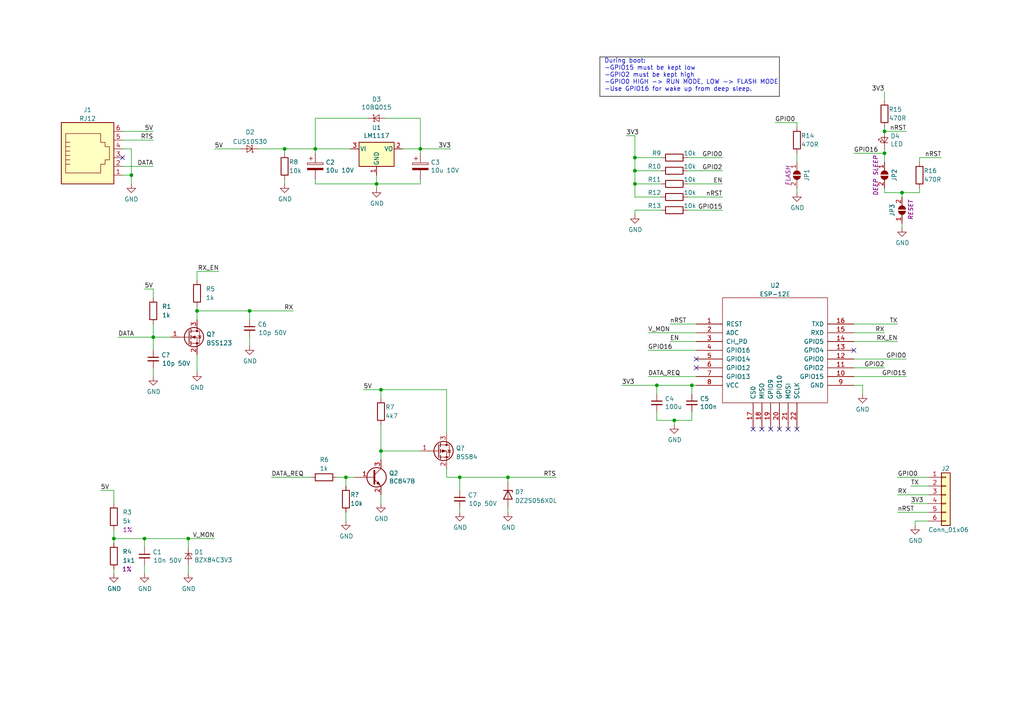
<source format=kicad_sch>
(kicad_sch (version 20211123) (generator eeschema)
  (paper "A4")
  (lib_symbols
    (symbol "Connector:RJ12" (pin_names (offset 1.016))
      (property "Reference" "J" (at -5.08 11.43 0))
      (property "Value" "RJ12" (at 2.54 11.43 0))
      (symbol "RJ12_0_1"
        (polyline (pts (xy -6.35 -1.905) (xy -5.08 -1.905) (xy -5.08 -1.905)))
        (polyline (pts (xy -6.35 -0.635) (xy -5.08 -0.635) (xy -5.08 -0.635)))
        (polyline (pts (xy -6.35 0.635) (xy -5.08 0.635) (xy -5.08 0.635)))
        (polyline (pts (xy -6.35 1.905) (xy -5.08 1.905) (xy -5.08 1.905)))
        (polyline (pts (xy -6.35 3.175) (xy -5.08 3.175) (xy -5.08 3.175)))
        (polyline (pts (xy -5.08 4.445) (xy -6.35 4.445) (xy -6.35 4.445)))
        (polyline (pts (xy -6.35 -4.445) (xy -6.35 6.985) (xy 3.81 6.985) (xy 3.81 4.445) (xy 5.08 4.445) (xy 5.08 3.175) (xy 6.35 3.175) (xy 6.35 -0.635) (xy 5.08 -0.635) (xy 5.08 -1.905) (xy 3.81 -1.905) (xy 3.81 -4.445) (xy -6.35 -4.445) (xy -6.35 -4.445)))
        (rectangle (start 7.62 10.16) (end -7.62 -7.62) (stroke (width 0.254)) (fill (type background)))
      )
      (symbol "RJ12_1_1"
        (pin passive line (at 10.16 -5.08 180) (length 2.54) (name "~") (number "1"))
        (pin passive line (at 10.16 -2.54 180) (length 2.54) (name "~") (number "2"))
        (pin passive line (at 10.16 0 180) (length 2.54) (name "~") (number "3"))
        (pin passive line (at 10.16 2.54 180) (length 2.54) (name "~") (number "4"))
        (pin passive line (at 10.16 5.08 180) (length 2.54) (name "~") (number "5"))
        (pin passive line (at 10.16 7.62 180) (length 2.54) (name "~") (number "6"))
      )
    )
    (symbol "Connector_Generic:Conn_01x06" (pin_names (offset 1.016) hide)
      (property "Reference" "J" (at 0 7.62 0))
      (property "Value" "Conn_01x06" (at 0 -10.16 0))
      (symbol "Conn_01x06_1_1"
        (rectangle (start -1.27 -7.493) (end 0 -7.747) (stroke (width 0.1524)))
        (rectangle (start -1.27 -4.953) (end 0 -5.207) (stroke (width 0.1524)))
        (rectangle (start -1.27 -2.413) (end 0 -2.667) (stroke (width 0.1524)))
        (rectangle (start -1.27 0.127) (end 0 -0.127) (stroke (width 0.1524)))
        (rectangle (start -1.27 2.667) (end 0 2.413) (stroke (width 0.1524)))
        (rectangle (start -1.27 5.207) (end 0 4.953) (stroke (width 0.1524)))
        (rectangle (start -1.27 6.35) (end 1.27 -8.89) (stroke (width 0.254)) (fill (type background)))
        (pin passive line (at -5.08 5.08 0) (length 3.81) (name "Pin_1") (number "1"))
        (pin passive line (at -5.08 2.54 0) (length 3.81) (name "Pin_2") (number "2"))
        (pin passive line (at -5.08 0 0) (length 3.81) (name "Pin_3") (number "3"))
        (pin passive line (at -5.08 -2.54 0) (length 3.81) (name "Pin_4") (number "4"))
        (pin passive line (at -5.08 -5.08 0) (length 3.81) (name "Pin_5") (number "5"))
        (pin passive line (at -5.08 -7.62 0) (length 3.81) (name "Pin_6") (number "6"))
      )
    )
    (symbol "Device:CP" (pin_numbers hide) (pin_names (offset 0.254))
      (property "Reference" "C" (at 0.635 2.54 0))
      (property "Value" "Device_CP" (at 0.635 -2.54 0))
      (symbol "CP_0_1"
        (rectangle (start -2.286 0.508) (end 2.286 1.016))
        (polyline (pts (xy -1.778 2.286) (xy -0.762 2.286)))
        (polyline (pts (xy -1.27 2.794) (xy -1.27 1.778)))
        (rectangle (start 2.286 -0.508) (end -2.286 -1.016) (fill (type outline)))
      )
      (symbol "CP_1_1"
        (pin passive line (at 0 3.81 270) (length 2.794) (name "~") (number "1"))
        (pin passive line (at 0 -3.81 90) (length 2.794) (name "~") (number "2"))
      )
    )
    (symbol "Device:R" (pin_numbers hide) (pin_names (offset 0))
      (property "Reference" "R" (at 2.032 0 90))
      (property "Value" "R" (at 0 0 90))
      (symbol "R_0_1"
        (rectangle (start -1.016 -2.54) (end 1.016 2.54) (stroke (width 0.254)))
      )
      (symbol "R_1_1"
        (pin passive line (at 0 3.81 270) (length 1.27) (name "~") (number "1"))
        (pin passive line (at 0 -3.81 90) (length 1.27) (name "~") (number "2"))
      )
    )
    (symbol "Diode:DZ2S056X0L" (pin_numbers hide) (pin_names hide)
      (property "Reference" "D" (at 0 2.54 0))
      (property "Value" "DZ2S056X0L" (at 0 -2.54 0))
      (symbol "DZ2S056X0L_0_1"
        (polyline (pts (xy 1.27 0) (xy -1.27 0)))
        (polyline (pts (xy -1.27 -1.27) (xy -1.27 1.27) (xy -0.762 1.27)) (stroke (width 0.254)))
        (polyline (pts (xy 1.27 -1.27) (xy 1.27 1.27) (xy -1.27 0) (xy 1.27 -1.27)) (stroke (width 0.254)))
      )
      (symbol "DZ2S056X0L_1_1"
        (pin passive line (at -3.81 0 0) (length 2.54) (name "K") (number "1"))
        (pin passive line (at 3.81 0 180) (length 2.54) (name "A") (number "2"))
      )
    )
    (symbol "Jumper:SolderJumper_2_Open" (pin_names (offset 0) hide)
      (property "Reference" "JP" (at 0 2.032 0))
      (property "Value" "SolderJumper_2_Open" (at 0 -2.54 0))
      (symbol "SolderJumper_2_Open_0_1"
        (arc (start -0.254 1.016) (mid -1.27 0) (end -0.254 -1.016))
        (arc (start -0.254 1.016) (mid -1.27 0) (end -0.254 -1.016) (fill (type outline)))
        (polyline (pts (xy -0.254 1.016) (xy -0.254 -1.016)))
        (polyline (pts (xy 0.254 1.016) (xy 0.254 -1.016)))
        (arc (start 0.254 -1.016) (mid 1.27 0) (end 0.254 1.016))
        (arc (start 0.254 -1.016) (mid 1.27 0) (end 0.254 1.016) (fill (type outline)))
      )
      (symbol "SolderJumper_2_Open_1_1"
        (pin passive line (at -3.81 0 0) (length 2.54) (name "A") (number "1"))
        (pin passive line (at 3.81 0 180) (length 2.54) (name "B") (number "2"))
      )
    )
    (symbol "Regulator_Linear:LD1117S33TR_SOT223" (pin_names (offset 0.254))
      (property "Reference" "U" (at -3.81 3.175 0))
      (property "Value" "LD1117S33TR_SOT223" (at 0 3.175 0))
      (symbol "LD1117S33TR_SOT223_0_1"
        (rectangle (start -5.08 -5.08) (end 5.08 1.905) (stroke (width 0.254)) (fill (type background)))
      )
      (symbol "LD1117S33TR_SOT223_1_1"
        (pin power_in line (at 0 -7.62 90) (length 2.54) (name "GND") (number "1"))
        (pin power_out line (at 7.62 0 180) (length 2.54) (name "VO") (number "2"))
        (pin power_in line (at -7.62 0 0) (length 2.54) (name "VI") (number "3"))
      )
    )
    (symbol "Transistor_BJT:BC847" (pin_names (offset 0) hide)
      (property "Reference" "Q" (at 5.08 1.905 0))
      (property "Value" "BC847" (at 5.08 0 0))
      (symbol "BC847_0_1"
        (polyline (pts (xy 0.635 0.635) (xy 2.54 2.54)))
        (polyline (pts (xy 0.635 -0.635) (xy 2.54 -2.54) (xy 2.54 -2.54)))
        (polyline (pts (xy 0.635 1.905) (xy 0.635 -1.905) (xy 0.635 -1.905)) (stroke (width 0.508)))
        (polyline (pts (xy 1.27 -1.778) (xy 1.778 -1.27) (xy 2.286 -2.286) (xy 1.27 -1.778) (xy 1.27 -1.778)) (fill (type outline)))
        (circle (center 1.27 0) (radius 2.8194) (stroke (width 0.254)))
      )
      (symbol "BC847_1_1"
        (pin input line (at -5.08 0 0) (length 5.715) (name "B") (number "1"))
        (pin passive line (at 2.54 -5.08 90) (length 2.54) (name "E") (number "2"))
        (pin passive line (at 2.54 5.08 270) (length 2.54) (name "C") (number "3"))
      )
    )
    (symbol "Transistor_FET:BSS123" (pin_names hide)
      (property "Reference" "Q" (at 5.08 1.905 0))
      (property "Value" "BSS123" (at 5.08 0 0))
      (symbol "BSS123_0_1"
        (polyline (pts (xy 0.254 0) (xy -2.54 0)))
        (polyline (pts (xy 0.254 1.905) (xy 0.254 -1.905)) (stroke (width 0.254)))
        (polyline (pts (xy 0.762 -1.27) (xy 0.762 -2.286)) (stroke (width 0.254)))
        (polyline (pts (xy 0.762 0.508) (xy 0.762 -0.508)) (stroke (width 0.254)))
        (polyline (pts (xy 0.762 2.286) (xy 0.762 1.27)) (stroke (width 0.254)))
        (polyline (pts (xy 2.54 2.54) (xy 2.54 1.778)))
        (polyline (pts (xy 2.54 -2.54) (xy 2.54 0) (xy 0.762 0)))
        (polyline (pts (xy 0.762 -1.778) (xy 3.302 -1.778) (xy 3.302 1.778) (xy 0.762 1.778)))
        (polyline (pts (xy 1.016 0) (xy 2.032 0.381) (xy 2.032 -0.381) (xy 1.016 0)) (fill (type outline)))
        (polyline (pts (xy 2.794 0.508) (xy 2.921 0.381) (xy 3.683 0.381) (xy 3.81 0.254)))
        (polyline (pts (xy 3.302 0.381) (xy 2.921 -0.254) (xy 3.683 -0.254) (xy 3.302 0.381)))
        (circle (center 1.651 0) (radius 2.794) (stroke (width 0.254)))
        (circle (center 2.54 -1.778) (radius 0.254) (fill (type outline)))
        (circle (center 2.54 1.778) (radius 0.254) (fill (type outline)))
      )
      (symbol "BSS123_1_1"
        (pin input line (at -5.08 0 0) (length 2.54) (name "G") (number "1"))
        (pin passive line (at 2.54 -5.08 90) (length 2.54) (name "S") (number "2"))
        (pin passive line (at 2.54 5.08 270) (length 2.54) (name "D") (number "3"))
      )
    )
    (symbol "Transistor_FET:BSS84" (pin_names hide)
      (property "Reference" "Q" (at 5.08 1.905 0))
      (property "Value" "BSS84" (at 5.08 0 0))
      (symbol "BSS84_0_1"
        (polyline (pts (xy 0.254 0) (xy -2.54 0)))
        (polyline (pts (xy 0.254 1.905) (xy 0.254 -1.905)) (stroke (width 0.254)))
        (polyline (pts (xy 0.762 -1.27) (xy 0.762 -2.286)) (stroke (width 0.254)))
        (polyline (pts (xy 0.762 0.508) (xy 0.762 -0.508)) (stroke (width 0.254)))
        (polyline (pts (xy 0.762 2.286) (xy 0.762 1.27)) (stroke (width 0.254)))
        (polyline (pts (xy 2.54 2.54) (xy 2.54 1.778)))
        (polyline (pts (xy 2.54 -2.54) (xy 2.54 0) (xy 0.762 0)))
        (polyline (pts (xy 0.762 1.778) (xy 3.302 1.778) (xy 3.302 -1.778) (xy 0.762 -1.778)))
        (polyline (pts (xy 2.286 0) (xy 1.27 0.381) (xy 1.27 -0.381) (xy 2.286 0)) (fill (type outline)))
        (polyline (pts (xy 2.794 -0.508) (xy 2.921 -0.381) (xy 3.683 -0.381) (xy 3.81 -0.254)))
        (polyline (pts (xy 3.302 -0.381) (xy 2.921 0.254) (xy 3.683 0.254) (xy 3.302 -0.381)))
        (circle (center 1.651 0) (radius 2.794) (stroke (width 0.254)))
        (circle (center 2.54 -1.778) (radius 0.254) (fill (type outline)))
        (circle (center 2.54 1.778) (radius 0.254) (fill (type outline)))
      )
      (symbol "BSS84_1_1"
        (pin input line (at -5.08 0 0) (length 2.54) (name "G") (number "1"))
        (pin passive line (at 2.54 -5.08 90) (length 2.54) (name "S") (number "2"))
        (pin passive line (at 2.54 5.08 270) (length 2.54) (name "D") (number "3"))
      )
    )
    (symbol "agro-symbol:CAP" (pin_numbers hide) (pin_names (offset 0.254) hide)
      (property "Reference" "C" (at 0.254 1.778 0))
      (property "Value" "agro-symbol_CAP" (at 0.254 -2.032 0))
      (symbol "CAP_0_1"
        (polyline (pts (xy -1.524 -0.508) (xy 1.524 -0.508)) (stroke (width 0.3302)))
        (polyline (pts (xy -1.524 0.508) (xy 1.524 0.508)) (stroke (width 0.3048)))
      )
      (symbol "CAP_1_1"
        (pin passive line (at 0 2.54 270) (length 2.032) (name "~") (number "1"))
        (pin passive line (at 0 -2.54 90) (length 2.032) (name "~") (number "2"))
      )
    )
    (symbol "agro-symbol:LED" (pin_numbers hide) (pin_names (offset 0.254) hide)
      (property "Reference" "D" (at -1.27 3.175 0))
      (property "Value" "agro-symbol_LED" (at -4.445 -2.54 0))
      (symbol "LED_0_1"
        (polyline (pts (xy -0.762 -1.016) (xy -0.762 1.016)))
        (polyline (pts (xy 1.016 0) (xy -0.762 0)))
        (polyline (pts (xy 0.762 -1.016) (xy -0.762 0) (xy 0.762 1.016) (xy 0.762 -1.016)))
        (polyline (pts (xy 0 0.762) (xy -0.508 1.27) (xy -0.254 1.27) (xy -0.508 1.27) (xy -0.508 1.016)))
        (polyline (pts (xy 0.508 1.27) (xy 0 1.778) (xy 0.254 1.778) (xy 0 1.778) (xy 0 1.524)))
      )
      (symbol "LED_1_1"
        (pin passive line (at -2.54 0 0) (length 1.778) (name "K") (number "1"))
        (pin passive line (at 2.54 0 180) (length 1.778) (name "A") (number "2"))
      )
    )
    (symbol "agro-symbol:SCHOTTKY" (pin_numbers hide) (pin_names (offset 0.254) hide)
      (property "Reference" "D" (at -1.27 2.032 0))
      (property "Value" "SCHOTTKY" (at -7.112 -2.032 0))
      (symbol "SCHOTTKY_0_1"
        (polyline (pts (xy -0.762 -1.016) (xy -0.762 1.016)))
        (polyline (pts (xy -0.762 0) (xy 0.762 0)))
        (polyline (pts (xy -0.762 -1.016) (xy -0.508 -1.016) (xy -0.508 -0.762)))
        (polyline (pts (xy -0.762 1.016) (xy -1.016 1.016) (xy -1.016 0.762)))
        (polyline (pts (xy 0.762 -1.016) (xy -0.762 0) (xy 0.762 1.016) (xy 0.762 -1.016)))
      )
      (symbol "SCHOTTKY_1_1"
        (pin passive line (at -2.54 0 0) (length 1.778) (name "K") (number "1"))
        (pin passive line (at 2.54 0 180) (length 1.778) (name "A") (number "2"))
      )
    )
    (symbol "agro-symbol:ZENER" (pin_numbers hide) (pin_names (offset 0.254) hide)
      (property "Reference" "D" (at 0 2.286 0))
      (property "Value" "agro-symbol_ZENER" (at 0 -2.286 0))
      (symbol "ZENER_0_1"
        (polyline (pts (xy 0.762 0) (xy -0.762 0)))
        (polyline (pts (xy -0.254 1.016) (xy -0.762 1.016) (xy -0.762 -1.016)))
        (polyline (pts (xy 0.762 1.016) (xy -0.762 0) (xy 0.762 -1.016) (xy 0.762 1.016)))
      )
      (symbol "ZENER_1_1"
        (pin passive line (at -2.54 0 0) (length 1.778) (name "K") (number "1"))
        (pin passive line (at 2.54 0 180) (length 1.778) (name "A") (number "2"))
      )
    )
    (symbol "kicad-esp8266:ESP-12E" (pin_names (offset 1.016))
      (property "Reference" "U" (at 0 -2.54 0))
      (property "Value" "ESP-12E" (at 0 2.54 0))
      (symbol "ESP-12E_1_0"
        (rectangle (start -15.24 -15.24) (end 15.24 15.24))
      )
      (symbol "ESP-12E_1_1"
        (pin input line (at -22.86 7.62 0) (length 7.62) (name "REST") (number "1"))
        (pin bidirectional line (at 22.86 -7.62 180) (length 7.62) (name "GPIO15") (number "10"))
        (pin bidirectional line (at 22.86 -5.08 180) (length 7.62) (name "GPIO2") (number "11"))
        (pin bidirectional line (at 22.86 -2.54 180) (length 7.62) (name "GPIO0") (number "12"))
        (pin bidirectional line (at 22.86 0 180) (length 7.62) (name "GPIO4") (number "13"))
        (pin bidirectional line (at 22.86 2.54 180) (length 7.62) (name "GPIO5") (number "14"))
        (pin input line (at 22.86 5.08 180) (length 7.62) (name "RXD") (number "15"))
        (pin output line (at 22.86 7.62 180) (length 7.62) (name "TXD") (number "16"))
        (pin bidirectional line (at -6.35 -22.86 90) (length 7.62) (name "CS0") (number "17"))
        (pin bidirectional line (at -3.81 -22.86 90) (length 7.62) (name "MISO") (number "18"))
        (pin bidirectional line (at -1.27 -22.86 90) (length 7.62) (name "GPIO9") (number "19"))
        (pin passive line (at -22.86 5.08 0) (length 7.62) (name "ADC") (number "2"))
        (pin bidirectional line (at 1.27 -22.86 90) (length 7.62) (name "GPIO10") (number "20"))
        (pin bidirectional line (at 3.81 -22.86 90) (length 7.62) (name "MOSI") (number "21"))
        (pin bidirectional line (at 6.35 -22.86 90) (length 7.62) (name "SCLK") (number "22"))
        (pin input line (at -22.86 2.54 0) (length 7.62) (name "CH_PD") (number "3"))
        (pin bidirectional line (at -22.86 0 0) (length 7.62) (name "GPIO16") (number "4"))
        (pin bidirectional line (at -22.86 -2.54 0) (length 7.62) (name "GPIO14") (number "5"))
        (pin bidirectional line (at -22.86 -5.08 0) (length 7.62) (name "GPIO12") (number "6"))
        (pin bidirectional line (at -22.86 -7.62 0) (length 7.62) (name "GPIO13") (number "7"))
        (pin power_in line (at -22.86 -10.16 0) (length 7.62) (name "VCC") (number "8"))
        (pin power_in line (at 22.86 -10.16 180) (length 7.62) (name "GND") (number "9"))
      )
    )
    (symbol "power:GND" (power) (pin_names (offset 0))
      (property "Value" "GND" (at 0 -3.81 0))
      (symbol "GND_0_1"
        (polyline (pts (xy 0 0) (xy 0 -1.27) (xy 1.27 -1.27) (xy 0 -2.54) (xy -1.27 -1.27) (xy 0 -1.27)))
      )
      (symbol "GND_1_1"
        (pin power_in line (at 0 0 270) (length 0) hide (name "GND") (number "1"))
      )
    )
  )
  (junction (at 41.91 156.21))
  (junction (at 190.5 111.76))
  (junction (at 110.49 130.81))
  (junction (at 195.58 121.92))
  (junction (at 72.39 90.17))
  (junction (at 100.33 138.43))
  (junction (at 91.44 43.18))
  (junction (at 200.66 111.76))
  (junction (at 57.15 90.17))
  (junction (at 256.54 38.1))
  (junction (at 54.61 156.21))
  (junction (at 256.54 44.45))
  (junction (at 184.15 53.34))
  (junction (at 133.35 138.43))
  (junction (at 44.45 97.79))
  (junction (at 33.02 156.21))
  (junction (at 38.1 50.8))
  (junction (at 184.15 45.72))
  (junction (at 110.49 113.03))
  (junction (at 184.15 49.53))
  (junction (at 261.62 55.88))
  (junction (at 109.22 53.34))
  (junction (at 147.32 138.43))
  (junction (at 121.92 43.18))
  (junction (at 82.55 43.18))
  (no_connect (at 223.52 124.46))
  (no_connect (at 247.65 101.6))
  (no_connect (at 201.93 106.68))
  (no_connect (at 226.06 124.46))
  (no_connect (at 218.44 124.46))
  (no_connect (at 220.98 124.46))
  (no_connect (at 201.93 104.14))
  (no_connect (at 228.6 124.46))
  (no_connect (at 35.56 45.72))
  (no_connect (at 231.14 124.46))
  (wire (pts (xy 82.55 44.45) (xy 82.55 43.18)))
  (wire (pts (xy 110.49 113.03) (xy 110.49 115.57)))
  (wire (pts (xy 247.65 93.98) (xy 260.35 93.98)))
  (wire (pts (xy 256.54 46.99) (xy 256.54 44.45)))
  (wire (pts (xy 194.31 93.98) (xy 201.93 93.98)))
  (wire (pts (xy 231.14 44.45) (xy 231.14 46.99)))
  (wire (pts (xy 184.15 53.34) (xy 184.15 57.15)))
  (wire (pts (xy 35.56 40.64) (xy 44.45 40.64)))
  (wire (pts (xy 44.45 97.79) (xy 44.45 101.6)))
  (wire (pts (xy 57.15 90.17) (xy 72.39 90.17)))
  (wire (pts (xy 34.29 97.79) (xy 44.45 97.79)))
  (wire (pts (xy 91.44 53.34) (xy 109.22 53.34)))
  (wire (pts (xy 109.22 53.34) (xy 121.92 53.34)))
  (wire (pts (xy 121.92 34.29) (xy 111.76 34.29)))
  (wire (pts (xy 247.65 99.06) (xy 260.35 99.06)))
  (wire (pts (xy 129.54 135.89) (xy 129.54 138.43)))
  (wire (pts (xy 35.56 50.8) (xy 38.1 50.8)))
  (wire (pts (xy 190.5 111.76) (xy 180.34 111.76)))
  (wire (pts (xy 247.65 106.68) (xy 256.54 106.68)))
  (wire (pts (xy 261.62 66.04) (xy 261.62 64.77)))
  (wire (pts (xy 54.61 156.21) (xy 62.23 156.21)))
  (wire (pts (xy 269.24 148.59) (xy 260.35 148.59)))
  (wire (pts (xy 38.1 50.8) (xy 38.1 53.34)))
  (wire (pts (xy 110.49 143.51) (xy 110.49 146.05)))
  (wire (pts (xy 44.45 93.98) (xy 44.45 97.79)))
  (wire (pts (xy 256.54 55.88) (xy 256.54 54.61)))
  (wire (pts (xy 256.54 29.21) (xy 256.54 26.67)))
  (wire (pts (xy 199.39 49.53) (xy 209.55 49.53)))
  (wire (pts (xy 184.15 45.72) (xy 191.77 45.72)))
  (wire (pts (xy 184.15 60.96) (xy 191.77 60.96)))
  (wire (pts (xy 184.15 49.53) (xy 184.15 53.34)))
  (wire (pts (xy 121.92 43.18) (xy 121.92 34.29)))
  (wire (pts (xy 110.49 113.03) (xy 129.54 113.03)))
  (wire (pts (xy 121.92 53.34) (xy 121.92 52.07)))
  (wire (pts (xy 247.65 109.22) (xy 262.89 109.22)))
  (wire (pts (xy 109.22 53.34) (xy 109.22 50.8)))
  (wire (pts (xy 147.32 147.32) (xy 147.32 148.59)))
  (wire (pts (xy 41.91 156.21) (xy 54.61 156.21)))
  (wire (pts (xy 256.54 44.45) (xy 256.54 43.18)))
  (wire (pts (xy 82.55 52.07) (xy 82.55 53.34)))
  (wire (pts (xy 200.66 111.76) (xy 190.5 111.76)))
  (polyline (pts (xy 226.06 16.51) (xy 226.06 27.94)) (stroke (width 0) (type solid) (color 0 0 0 1)))
  (wire (pts (xy 133.35 147.32) (xy 133.35 148.59)))
  (wire (pts (xy 121.92 44.45) (xy 121.92 43.18)))
  (wire (pts (xy 44.45 97.79) (xy 49.53 97.79)))
  (wire (pts (xy 97.79 138.43) (xy 100.33 138.43)))
  (wire (pts (xy 200.66 121.92) (xy 195.58 121.92)))
  (polyline (pts (xy 173.99 27.94) (xy 173.99 16.51)) (stroke (width 0) (type solid) (color 0 0 0 1)))
  (wire (pts (xy 256.54 38.1) (xy 256.54 36.83)))
  (wire (pts (xy 91.44 34.29) (xy 91.44 43.18)))
  (wire (pts (xy 41.91 163.83) (xy 41.91 166.37)))
  (wire (pts (xy 133.35 138.43) (xy 147.32 138.43)))
  (wire (pts (xy 57.15 88.9) (xy 57.15 90.17)))
  (wire (pts (xy 184.15 39.37) (xy 184.15 45.72)))
  (wire (pts (xy 187.96 109.22) (xy 201.93 109.22)))
  (polyline (pts (xy 226.06 27.94) (xy 173.99 27.94)) (stroke (width 0) (type solid) (color 0 0 0 1)))
  (wire (pts (xy 269.24 140.97) (xy 264.16 140.97)))
  (wire (pts (xy 247.65 104.14) (xy 262.89 104.14)))
  (wire (pts (xy 91.44 52.07) (xy 91.44 53.34)))
  (wire (pts (xy 199.39 53.34) (xy 209.55 53.34)))
  (wire (pts (xy 194.31 99.06) (xy 201.93 99.06)))
  (wire (pts (xy 57.15 90.17) (xy 57.15 92.71)))
  (wire (pts (xy 269.24 151.13) (xy 265.43 151.13)))
  (wire (pts (xy 187.96 101.6) (xy 201.93 101.6)))
  (wire (pts (xy 44.45 106.68) (xy 44.45 109.22)))
  (wire (pts (xy 33.02 156.21) (xy 33.02 157.48)))
  (wire (pts (xy 269.24 146.05) (xy 264.16 146.05)))
  (wire (pts (xy 231.14 35.56) (xy 224.79 35.56)))
  (wire (pts (xy 269.24 138.43) (xy 260.35 138.43)))
  (wire (pts (xy 256.54 38.1) (xy 262.89 38.1)))
  (wire (pts (xy 190.5 121.92) (xy 190.5 119.38)))
  (wire (pts (xy 35.56 38.1) (xy 44.45 38.1)))
  (wire (pts (xy 110.49 130.81) (xy 110.49 133.35)))
  (wire (pts (xy 116.84 43.18) (xy 121.92 43.18)))
  (wire (pts (xy 78.74 138.43) (xy 90.17 138.43)))
  (wire (pts (xy 35.56 43.18) (xy 38.1 43.18)))
  (wire (pts (xy 184.15 53.34) (xy 191.77 53.34)))
  (polyline (pts (xy 173.99 16.51) (xy 226.06 16.51)) (stroke (width 0) (type solid) (color 0 0 0 1)))
  (wire (pts (xy 190.5 114.3) (xy 190.5 111.76)))
  (wire (pts (xy 110.49 123.19) (xy 110.49 130.81)))
  (wire (pts (xy 269.24 143.51) (xy 260.35 143.51)))
  (wire (pts (xy 195.58 121.92) (xy 190.5 121.92)))
  (wire (pts (xy 266.7 54.61) (xy 266.7 55.88)))
  (wire (pts (xy 147.32 138.43) (xy 147.32 139.7)))
  (wire (pts (xy 265.43 151.13) (xy 265.43 152.4)))
  (wire (pts (xy 250.19 111.76) (xy 250.19 114.3)))
  (wire (pts (xy 57.15 78.74) (xy 63.5 78.74)))
  (wire (pts (xy 100.33 148.59) (xy 100.33 151.13)))
  (wire (pts (xy 110.49 130.81) (xy 121.92 130.81)))
  (wire (pts (xy 147.32 138.43) (xy 161.29 138.43)))
  (wire (pts (xy 100.33 138.43) (xy 102.87 138.43)))
  (wire (pts (xy 266.7 46.99) (xy 266.7 45.72)))
  (wire (pts (xy 200.66 121.92) (xy 200.66 119.38)))
  (wire (pts (xy 201.93 96.52) (xy 187.96 96.52)))
  (wire (pts (xy 266.7 55.88) (xy 261.62 55.88)))
  (wire (pts (xy 33.02 165.1) (xy 33.02 166.37)))
  (wire (pts (xy 33.02 156.21) (xy 41.91 156.21)))
  (wire (pts (xy 266.7 45.72) (xy 273.05 45.72)))
  (wire (pts (xy 91.44 43.18) (xy 101.6 43.18)))
  (wire (pts (xy 29.21 142.24) (xy 33.02 142.24)))
  (wire (pts (xy 105.41 113.03) (xy 110.49 113.03)))
  (wire (pts (xy 250.19 111.76) (xy 247.65 111.76)))
  (wire (pts (xy 231.14 36.83) (xy 231.14 35.56)))
  (wire (pts (xy 57.15 102.87) (xy 57.15 107.95)))
  (wire (pts (xy 41.91 83.82) (xy 44.45 83.82)))
  (wire (pts (xy 129.54 113.03) (xy 129.54 125.73)))
  (wire (pts (xy 44.45 86.36) (xy 44.45 83.82)))
  (wire (pts (xy 33.02 142.24) (xy 33.02 146.05)))
  (wire (pts (xy 54.61 156.21) (xy 54.61 158.75)))
  (wire (pts (xy 199.39 45.72) (xy 209.55 45.72)))
  (wire (pts (xy 247.65 96.52) (xy 256.54 96.52)))
  (wire (pts (xy 184.15 49.53) (xy 191.77 49.53)))
  (wire (pts (xy 62.23 43.18) (xy 69.85 43.18)))
  (wire (pts (xy 74.93 43.18) (xy 82.55 43.18)))
  (wire (pts (xy 82.55 43.18) (xy 91.44 43.18)))
  (wire (pts (xy 201.93 111.76) (xy 200.66 111.76)))
  (wire (pts (xy 261.62 55.88) (xy 256.54 55.88)))
  (wire (pts (xy 199.39 60.96) (xy 209.55 60.96)))
  (wire (pts (xy 91.44 44.45) (xy 91.44 43.18)))
  (wire (pts (xy 54.61 163.83) (xy 54.61 166.37)))
  (wire (pts (xy 199.39 57.15) (xy 209.55 57.15)))
  (wire (pts (xy 38.1 43.18) (xy 38.1 50.8)))
  (wire (pts (xy 184.15 45.72) (xy 184.15 49.53)))
  (wire (pts (xy 121.92 43.18) (xy 130.81 43.18)))
  (wire (pts (xy 106.68 34.29) (xy 91.44 34.29)))
  (wire (pts (xy 133.35 138.43) (xy 133.35 142.24)))
  (wire (pts (xy 57.15 81.28) (xy 57.15 78.74)))
  (wire (pts (xy 41.91 156.21) (xy 41.91 158.75)))
  (wire (pts (xy 256.54 44.45) (xy 247.65 44.45)))
  (wire (pts (xy 200.66 114.3) (xy 200.66 111.76)))
  (wire (pts (xy 35.56 48.26) (xy 44.45 48.26)))
  (wire (pts (xy 261.62 57.15) (xy 261.62 55.88)))
  (wire (pts (xy 72.39 97.79) (xy 72.39 100.33)))
  (wire (pts (xy 129.54 138.43) (xy 133.35 138.43)))
  (wire (pts (xy 109.22 54.61) (xy 109.22 53.34)))
  (wire (pts (xy 184.15 62.23) (xy 184.15 60.96)))
  (wire (pts (xy 33.02 153.67) (xy 33.02 156.21)))
  (wire (pts (xy 72.39 90.17) (xy 72.39 92.71)))
  (wire (pts (xy 195.58 123.19) (xy 195.58 121.92)))
  (wire (pts (xy 72.39 90.17) (xy 85.09 90.17)))
  (wire (pts (xy 231.14 54.61) (xy 231.14 55.88)))
  (wire (pts (xy 184.15 57.15) (xy 191.77 57.15)))
  (wire (pts (xy 100.33 138.43) (xy 100.33 140.97)))
  (wire (pts (xy 181.61 39.37) (xy 184.15 39.37)))
  (text "During boot:\n-GPIO15 must be kept low\n-GPIO2 must be kept high\n-GPIO0 HIGH -> RUN MODE, LOW -> FLASH MODE\n-Use GPIO16 for wake up from deep sleep." (at 175.26 26.67 0) (effects (font (size 1.27 1.27)) (justify left bottom)))
  (label "GPIO0" (at 209.55 45.72 180))
  (label "nRST" (at 273.05 45.72 180))
  (label "GPIO16" (at 187.96 101.6 0))
  (label "EN" (at 194.31 99.06 0))
  (label "5V" (at 44.45 38.1 180))
  (label "GPIO2" (at 209.55 49.53 180))
  (label "DATA_REQ" (at 78.74 138.43 0))
  (label "RX" (at 260.35 143.51 0))
  (label "GPIO0" (at 262.89 104.14 180))
  (label "DATA_REQ" (at 187.96 109.22 0))
  (label "GPIO0" (at 224.79 35.56 0))
  (label "GPIO16" (at 247.65 44.45 0))
  (label "DATA" (at 44.45 48.26 180))
  (label "3V3" (at 130.81 43.18 180))
  (label "GPIO0" (at 260.35 138.43 0))
  (label "5V" (at 105.41 113.03 0))
  (label "3V3" (at 181.61 39.37 0))
  (label "GPIO15" (at 209.55 60.96 180))
  (label "DATA" (at 34.29 97.79 0))
  (label "EN" (at 209.55 53.34 180))
  (label "5V" (at 62.23 43.18 0))
  (label "RX" (at 85.09 90.17 180))
  (label "RX" (at 256.54 96.52 180))
  (label "TX" (at 260.35 93.98 180))
  (label "nRST" (at 209.55 57.15 180))
  (label "RTS" (at 44.45 40.64 180))
  (label "3V3" (at 264.16 146.05 0))
  (label "GPIO15" (at 262.89 109.22 180))
  (label "RX_EN" (at 260.35 99.06 180))
  (label "RTS" (at 161.29 138.43 180))
  (label "V_MON" (at 187.96 96.52 0))
  (label "nRST" (at 260.35 148.59 0))
  (label "V_MON" (at 62.23 156.21 180))
  (label "3V3" (at 256.54 26.67 180))
  (label "5V" (at 29.21 142.24 0))
  (label "nRST" (at 262.89 38.1 180))
  (label "nRST" (at 194.31 93.98 0))
  (label "5V" (at 41.91 83.82 0))
  (label "3V3" (at 180.34 111.76 0))
  (label "TX" (at 264.16 140.97 0))
  (label "RX_EN" (at 63.5 78.74 180))
  (label "GPIO2" (at 256.54 106.68 180))
  (symbol (lib_id "power:GND") (at 261.62 66.04 0) (unit 1)
    (property "Reference" "#PWR012" (effects hide))
    (property "Value" "GND" (at 261.747 70.4342 0))
  )
  (symbol (lib_id "Connector:RJ12") (at 25.4 45.72 0) (unit 1)
    (property "Reference" "J1" (at 25.4 31.8602 0))
    (property "Value" "RJ12" (at 25.4 34.3971 0))
    (property "Footprint" "Connector_RJ:RJ25_Wayconn_MJEA-660X1_Horizontal" (effects hide))
  )
  (symbol (lib_id "agro-symbol:SCHOTTKY") (at 72.39 43.18 180) (unit 1)
    (property "Reference" "D2" (at 72.517 38.3245 0))
    (property "Value" "CUS10S30" (at 72.517 41.0996 0))
    (property "Footprint" "Diode_SMD:D_SOD-323_HandSoldering" (effects hide))
    (property "Datasheet" "https://datasheet.lcsc.com/lcsc/1810181811_TOSHIBA-CUS10S30-H3F_C146335.pdf" (effects hide))
    (property "Manufacturer" "Toshiba" (effects hide))
    (property "MPN" "CUS10S30,H3F" (effects hide))
    (property "LCSC" "C146335" (effects hide))
    (property "Supplier" "LCSC" (effects hide))
  )
  (symbol (lib_id "power:GND") (at 147.32 148.59 0) (unit 1)
    (property "Reference" "#PWR?" (effects hide))
    (property "Value" "GND" (at 147.447 152.9842 0))
  )
  (symbol (lib_id "power:GND") (at 41.91 166.37 0) (unit 1)
    (property "Reference" "#PWR04" (effects hide))
    (property "Value" "GND" (at 42.037 170.7642 0))
  )
  (symbol (lib_id "Device:R") (at 110.49 119.38 0) (unit 1)
    (property "Reference" "R7" (at 111.76 118.11 0) (effects (justify left)))
    (property "Value" "4k7" (at 111.76 120.65 0) (effects (justify left)))
    (property "Footprint" "agro-footprint:RES_0805" (effects hide))
    (property "Datasheet" "https://datasheet.lcsc.com/lcsc/1810171610_YAGEO-RC0805JR-0710KL_C100047.pdf" (effects hide))
    (property "Supplier" "LCSC" (effects hide))
  )
  (symbol (lib_id "agro-symbol:CAP") (at 72.39 95.25 0) (unit 1)
    (property "Reference" "C6" (at 74.7268 94.0816 0) (effects (justify left)))
    (property "Value" "10p 50V" (at 74.93 96.52 0) (effects (justify left)))
    (property "Footprint" "agro-footprint:CAP_0805" (effects hide))
    (property "Datasheet" "https://datasheet.lcsc.com/lcsc/2005262134_YAGEO-CC0805JKNPO9BN103_C527201.pdf" (effects hide))
    (property "Manufacturer" "Yageo" (effects hide))
    (property "MPN" "CC0805JRNPOABN100" (effects hide))
    (property "LCSC" "C576965" (effects hide))
    (property "Supplier" "LCSC" (effects hide))
  )
  (symbol (lib_id "Device:CP") (at 121.92 48.26 0) (unit 1)
    (property "Reference" "C3" (at 124.9172 47.0916 0) (effects (justify left)))
    (property "Value" "10u 10V" (at 124.9172 49.403 0) (effects (justify left)))
    (property "Footprint" "Capacitor_Tantalum_SMD:CP_EIA-3216-18_Kemet-A_Pad1.58x1.35mm_HandSolder" (effects hide))
    (property "Datasheet" "https://datasheet.lcsc.com/lcsc/2011031906_KEMET-T529P106M010AAE200_C696821.pdf" (effects hide))
    (property "Manufacturer" "KEMET" (effects hide))
    (property "MPN" "T529P106M010AAE200" (effects hide))
    (property "LCSC" "C696821" (effects hide))
    (property "Supplier" "LCSC" (effects hide))
  )
  (symbol (lib_id "Device:R") (at 44.45 90.17 0) (unit 1)
    (property "Reference" "R1" (at 46.99 88.9 0) (effects (justify left)))
    (property "Value" "1k" (at 46.99 91.44 0) (effects (justify left)))
    (property "Footprint" "agro-footprint:RES_0805" (effects hide))
    (property "Datasheet" "https://datasheet.lcsc.com/lcsc/1810010217_YAGEO-RC0805JR-071KL_C100046.pdf" (effects hide))
    (property "Manufacturer" "Yageo" (effects hide))
    (property "MPN" "RC0805JR-071KL" (effects hide))
    (property "LCSC" "C100046" (effects hide))
    (property "Supplier" "LCSC" (effects hide))
  )
  (symbol (lib_id "Device:R") (at 266.7 50.8 180) (unit 1)
    (property "Reference" "R16" (at 271.78 49.53 0) (effects (justify left)))
    (property "Value" "470R" (at 273.05 52.07 0) (effects (justify left)))
    (property "Footprint" "agro-footprint:RES_0805" (effects hide))
    (property "Datasheet" "https://datasheet.lcsc.com/lcsc/1810162110_YAGEO-RC0805JR-07470RL_C114747.pdf" (effects hide))
    (property "Manufacturer" "Yageo" (effects hide))
    (property "MPN" "RC0805JR-07470RL" (effects hide))
    (property "LCSC" "C114747" (effects hide))
    (property "Supplier" "LCSC" (effects hide))
  )
  (symbol (lib_id "Jumper:SolderJumper_2_Open") (at 231.14 50.8 270) (unit 1) (in_bom no)
    (property "Reference" "JP1" (at 234.0102 50.8 0))
    (property "Value" "SolderJumper_2_Open" (effects hide))
    (property "Footprint" "Jumper:SolderJumper-2_P1.3mm_Open_TrianglePad1.0x1.5mm" (effects hide))
    (property "Comment" "FLASH" (at 228.6 50.8 0) (effects (font italic)))
    (property "Supplier" "NOT FITTED" (effects hide))
  )
  (symbol (lib_id "agro-symbol:CAP") (at 44.45 104.14 0) (unit 1)
    (property "Reference" "C?" (at 46.7868 102.9716 0) (effects (justify left)))
    (property "Value" "10p 50V" (at 46.99 105.41 0) (effects (justify left)))
    (property "Footprint" "agro-footprint:CAP_0805" (effects hide))
    (property "Datasheet" "https://datasheet.lcsc.com/lcsc/2005262134_YAGEO-CC0805JKNPO9BN103_C527201.pdf" (effects hide))
    (property "Supplier" "LCSC" (effects hide))
  )
  (symbol (lib_id "power:GND") (at 250.19 114.3 0) (unit 1)
    (property "Reference" "#PWR011" (effects hide))
    (property "Value" "GND" (at 250.19 118.7434 0))
  )
  (symbol (lib_id "kicad-esp8266:ESP-12E") (at 224.79 101.6 0) (unit 1)
    (property "Reference" "U2" (at 224.79 82.7872 0))
    (property "Value" "ESP-12E" (at 224.79 85.3241 0))
    (property "Footprint" "kicad-ESP8266:ESP-12E" (effects hide))
    (property "Datasheet" "http://l0l.org.uk/2014/12/esp8266-modules-hardware-guide-gotta-catch-em-all/" (effects hide))
  )
  (symbol (lib_id "power:GND") (at 184.15 62.23 0) (unit 1)
    (property "Reference" "#PWR08" (effects hide))
    (property "Value" "GND" (at 184.277 66.6242 0))
  )
  (symbol (lib_id "power:GND") (at 231.14 55.88 0) (unit 1)
    (property "Reference" "#PWR010" (effects hide))
    (property "Value" "GND" (at 231.267 60.2742 0))
  )
  (symbol (lib_id "agro-symbol:LED") (at 256.54 40.64 90) (unit 1)
    (property "Reference" "D4" (at 258.2672 39.4716 90) (effects (justify right)))
    (property "Value" "LED" (at 258.2672 41.783 90) (effects (justify right)))
    (property "Footprint" "agro-footprint:LED_0805" (effects hide))
    (property "Datasheet" "https://datasheet.lcsc.com/lcsc/1811131731_Everlight-Elec-17-215-BHC-AP1Q2-3T_C131208.pdf" (effects hide))
    (property "Manufacturer" "Everlight Elec" (effects hide))
    (property "MPN" "17-215/BHC-AP1Q2/3T" (effects hide))
    (property "LCSC" "C131208" (effects hide))
    (property "Supplier" "LCSC" (effects hide))
  )
  (symbol (lib_id "Device:R") (at 93.98 138.43 90) (unit 1)
    (property "Reference" "R6" (at 92.71 133.35 90) (effects (justify right)))
    (property "Value" "1k" (at 92.71 135.89 90) (effects (justify right)))
    (property "Footprint" "agro-footprint:RES_0805" (effects hide))
    (property "Datasheet" "https://datasheet.lcsc.com/lcsc/1810010217_YAGEO-RC0805JR-071KL_C100046.pdf" (effects hide))
    (property "Manufacturer" "Yageo" (effects hide))
    (property "MPN" "RC0805JR-071KL" (effects hide))
    (property "LCSC" "C100046" (effects hide))
    (property "Supplier" "LCSC" (effects hide))
  )
  (symbol (lib_id "Device:R") (at 195.58 57.15 90) (unit 1)
    (property "Reference" "R12" (at 191.77 55.88 90) (effects (justify left)))
    (property "Value" "10k" (at 201.93 55.88 90) (effects (justify left)))
    (property "Footprint" "agro-footprint:RES_0805" (effects hide))
    (property "Datasheet" "https://datasheet.lcsc.com/lcsc/1810171610_YAGEO-RC0805JR-0710KL_C100047.pdf" (effects hide))
    (property "Manufacturer" "Yageo" (effects hide))
    (property "MPN" "RC0805JR-0710KL" (effects hide))
    (property "LCSC" "C100047" (effects hide))
    (property "Supplier" "LCSC" (effects hide))
  )
  (symbol (lib_id "Device:R") (at 33.02 149.86 0) (unit 1)
    (property "Reference" "R3" (at 35.56 148.59 0) (effects (justify left)))
    (property "Value" "5k" (at 35.56 151.13 0) (effects (justify left)))
    (property "Footprint" "agro-footprint:RES_0805" (effects hide))
    (property "Datasheet" "https://datasheet.lcsc.com/lcsc/1810311430_YAGEO-RC0805FR-0722KL_C114565.pdf" (effects hide))
    (property "Manufacturer" "Yageo" (effects hide))
    (property "Supplier" "LCSC" (effects hide))
    (property "RMK" "1%" (at 35.56 153.67 0) (effects (justify left)))
  )
  (symbol (lib_id "Transistor_FET:BSS84") (at 127 130.81 0) (unit 1)
    (property "Reference" "Q?" (at 132.207 129.9753 0) (effects (justify left)))
    (property "Value" "BSS84" (at 132.207 132.5122 0) (effects (justify left)))
    (property "Footprint" "Package_TO_SOT_SMD:SOT-23" (effects hide))
    (property "Datasheet" "http://assets.nexperia.com/documents/data-sheet/BSS84.pdf" (effects hide))
  )
  (symbol (lib_id "agro-symbol:ZENER") (at 54.61 161.29 270) (unit 1)
    (property "Reference" "D1" (at 56.3372 160.1216 90) (effects (justify left)))
    (property "Value" "BZX84C3V3" (at 56.3372 162.433 90) (effects (justify left)))
    (property "Footprint" "Diode_SMD:D_SOT-23_ANK" (effects hide))
    (property "Datasheet" "https://datasheet.lcsc.com/lcsc/1810301522_onsemi-BZX84C3V3LT1G_C82473.pdf" (effects hide))
    (property "Manufacturer" "onsemi" (effects hide))
    (property "MPN" "BZX84C3V3LT1G" (effects hide))
    (property "LCSC" "C82473" (effects hide))
    (property "Supplier" "LCSC" (effects hide))
  )
  (symbol (lib_id "power:GND") (at 57.15 107.95 0) (unit 1)
    (property "Reference" "#PWR03" (effects hide))
    (property "Value" "GND" (at 57.15 112.3934 0))
  )
  (symbol (lib_id "Device:R") (at 256.54 33.02 180) (unit 1)
    (property "Reference" "R15" (at 261.62 31.75 0) (effects (justify left)))
    (property "Value" "470R" (at 262.89 34.29 0) (effects (justify left)))
    (property "Footprint" "agro-footprint:RES_0805" (effects hide))
    (property "Datasheet" "https://datasheet.lcsc.com/lcsc/1810162110_YAGEO-RC0805JR-07470RL_C114747.pdf" (effects hide))
    (property "Manufacturer" "Yageo" (effects hide))
    (property "MPN" "RC0805JR-07470RL" (effects hide))
    (property "LCSC" "C114747" (effects hide))
    (property "Supplier" "LCSC" (effects hide))
  )
  (symbol (lib_id "Regulator_Linear:LD1117S33TR_SOT223") (at 109.22 43.18 0) (unit 1)
    (property "Reference" "U1" (at 109.22 37.0332 0))
    (property "Value" "LM1117" (at 109.22 39.3446 0))
    (property "Footprint" "Package_TO_SOT_SMD:SOT-223-3_TabPin2" (effects hide))
    (property "Datasheet" "https://datasheet.lcsc.com/lcsc/1809301716_Texas-Instruments-LM1117IMPX-3-3-NOPB-_C23984.pdf" (effects hide))
    (property "Manufacturer" "Texas Instruments" (effects hide))
    (property "MPN" "LM1117IMPX-3.3/NOPB" (effects hide))
    (property "LCSC" "C23984" (effects hide))
    (property "Supplier" "LCSC" (effects hide))
  )
  (symbol (lib_id "agro-symbol:CAP") (at 190.5 116.84 0) (unit 1)
    (property "Reference" "C4" (at 192.8368 115.6716 0) (effects (justify left)))
    (property "Value" "100u" (at 192.8368 117.983 0) (effects (justify left)))
    (property "Footprint" "Capacitor_SMD:C_1206_3216Metric" (effects hide))
    (property "Datasheet" "https://datasheet.lcsc.com/lcsc/2006191032_YAGEO-CC1206MKX5R5BB107_C110048.pdf" (effects hide))
    (property "Manufacturer" "Yageo" (effects hide))
    (property "MPN" "CC1206MKX5R5BB107" (effects hide))
    (property "LCSC" "C110048" (effects hide))
    (property "Supplier" "LCSC" (effects hide))
  )
  (symbol (lib_id "Device:R") (at 33.02 161.29 180) (unit 1)
    (property "Reference" "R4" (at 35.56 160.02 0) (effects (justify right)))
    (property "Value" "1k1" (at 35.56 162.56 0) (effects (justify right)))
    (property "Footprint" "agro-footprint:RES_0805" (effects hide))
    (property "Datasheet" "https://datasheet.lcsc.com/lcsc/1810311430_YAGEO-RC0805FR-073K3L_C114531.pdf" (effects hide))
    (property "Manufacturer" "Yageo" (effects hide))
    (property "Supplier" "LCSC" (effects hide))
    (property "RMK" "1%" (at 36.83 165.1 0))
  )
  (symbol (lib_id "power:GND") (at 33.02 166.37 0) (unit 1)
    (property "Reference" "#PWR02" (effects hide))
    (property "Value" "GND" (at 33.147 170.7642 0))
  )
  (symbol (lib_id "power:GND") (at 109.22 54.61 0) (unit 1)
    (property "Reference" "#PWR07" (effects hide))
    (property "Value" "GND" (at 109.347 59.0042 0))
  )
  (symbol (lib_id "power:GND") (at 72.39 100.33 0) (unit 1)
    (property "Reference" "#PWR0104" (effects hide))
    (property "Value" "GND" (at 72.517 104.7242 0))
  )
  (symbol (lib_id "Jumper:SolderJumper_2_Open") (at 261.62 60.96 90) (unit 1) (in_bom no)
    (property "Reference" "JP3" (at 258.7498 60.96 0))
    (property "Value" "SolderJumper_2_Open" (effects hide))
    (property "Footprint" "Jumper:SolderJumper-2_P1.3mm_Open_TrianglePad1.0x1.5mm" (effects hide))
    (property "Comment" "RESET" (at 264.16 60.96 0) (effects (font italic)))
    (property "Supplier" "NOT FITTED" (effects hide))
  )
  (symbol (lib_id "Connector_Generic:Conn_01x06") (at 274.32 143.51 0) (unit 1) (in_bom no)
    (property "Reference" "J2" (at 273.05 135.89 0) (effects (justify left)))
    (property "Value" "Conn_01x06" (at 269.24 153.67 0) (effects (justify left)))
    (property "Footprint" "Connector_PinHeader_2.54mm:PinHeader_1x06_P2.54mm_Vertical" (effects hide))
    (property "Supplier" "NOT FITTED" (effects hide))
  )
  (symbol (lib_id "Device:R") (at 82.55 48.26 0) (unit 1)
    (property "Reference" "R8" (at 83.82 46.99 0) (effects (justify left)))
    (property "Value" "10k" (at 83.82 49.53 0) (effects (justify left)))
    (property "Footprint" "agro-footprint:RES_0805" (effects hide))
    (property "Datasheet" "https://datasheet.lcsc.com/lcsc/1810171610_YAGEO-RC0805JR-0710KL_C100047.pdf" (effects hide))
    (property "Manufacturer" "Yageo" (effects hide))
    (property "MPN" "RC0805JR-0710KL" (effects hide))
    (property "LCSC" "C100047" (effects hide))
    (property "Supplier" "LCSC" (effects hide))
  )
  (symbol (lib_id "Device:R") (at 195.58 49.53 90) (unit 1)
    (property "Reference" "R10" (at 191.77 48.26 90) (effects (justify left)))
    (property "Value" "10k" (at 201.93 48.26 90) (effects (justify left)))
    (property "Footprint" "agro-footprint:RES_0805" (effects hide))
    (property "Datasheet" "https://datasheet.lcsc.com/lcsc/1810171610_YAGEO-RC0805JR-0710KL_C100047.pdf" (effects hide))
    (property "Manufacturer" "Yageo" (effects hide))
    (property "MPN" "RC0805JR-0710KL" (effects hide))
    (property "LCSC" "C100047" (effects hide))
    (property "Supplier" "LCSC" (effects hide))
  )
  (symbol (lib_id "power:GND") (at 38.1 53.34 0) (unit 1)
    (property "Reference" "#PWR01" (effects hide))
    (property "Value" "GND" (at 38.1 57.7834 0))
  )
  (symbol (lib_id "power:GND") (at 133.35 148.59 0) (unit 1)
    (property "Reference" "#PWR0102" (effects hide))
    (property "Value" "GND" (at 133.477 152.9842 0))
  )
  (symbol (lib_id "power:GND") (at 44.45 109.22 0) (unit 1)
    (property "Reference" "#PWR?" (effects hide))
    (property "Value" "GND" (at 44.577 113.6142 0))
  )
  (symbol (lib_id "power:GND") (at 265.43 152.4 0) (unit 1)
    (property "Reference" "#PWR013" (effects hide))
    (property "Value" "GND" (at 265.557 156.7942 0))
  )
  (symbol (lib_id "power:GND") (at 54.61 166.37 0) (unit 1)
    (property "Reference" "#PWR05" (effects hide))
    (property "Value" "GND" (at 54.737 170.7642 0))
  )
  (symbol (lib_id "agro-symbol:CAP") (at 200.66 116.84 0) (unit 1)
    (property "Reference" "C5" (at 202.9968 115.6716 0) (effects (justify left)))
    (property "Value" "100n" (at 202.9968 117.983 0) (effects (justify left)))
    (property "Footprint" "agro-footprint:CAP_0805" (effects hide))
    (property "Datasheet" "https://datasheet.lcsc.com/lcsc/1810101813_YAGEO-CC0805KRX7R9BB104_C49678.pdf" (effects hide))
    (property "Manufacturer" "Yageo" (effects hide))
    (property "MPN" "CC0805KRX7R9BB104" (effects hide))
    (property "LCSC" "C49678" (effects hide))
    (property "Supplier" "LCSC" (effects hide))
  )
  (symbol (lib_id "power:GND") (at 82.55 53.34 0) (unit 1)
    (property "Reference" "#PWR06" (effects hide))
    (property "Value" "GND" (at 82.677 57.7342 0))
  )
  (symbol (lib_id "Device:R") (at 195.58 45.72 90) (unit 1)
    (property "Reference" "R9" (at 191.77 44.45 90) (effects (justify left)))
    (property "Value" "10k" (at 201.93 44.45 90) (effects (justify left)))
    (property "Footprint" "agro-footprint:RES_0805" (effects hide))
    (property "Datasheet" "https://datasheet.lcsc.com/lcsc/1810171610_YAGEO-RC0805JR-0710KL_C100047.pdf" (effects hide))
    (property "Manufacturer" "Yageo" (effects hide))
    (property "MPN" "RC0805JR-0710KL" (effects hide))
    (property "LCSC" "C100047" (effects hide))
    (property "Supplier" "LCSC" (effects hide))
  )
  (symbol (lib_id "agro-symbol:SCHOTTKY") (at 109.22 34.29 0) (unit 1)
    (property "Reference" "D3" (at 109.22 28.8036 0))
    (property "Value" "10BQ015" (at 109.22 31.115 0))
    (property "Footprint" "Diode_SMD:D_SMB" (effects hide))
    (property "Datasheet" "https://datasheet.lcsc.com/lcsc/2001101209_Vishay-Intertech-VS-10BQ015-M3-5BT_C413466.pdf" (effects hide))
    (property "Manufacturer" "Vishay" (effects hide))
    (property "MPN" "VS-10BQ015-M3/5BT" (effects hide))
    (property "LCSC" "C413466" (effects hide))
    (property "Supplier" "LCSC" (effects hide))
  )
  (symbol (lib_id "Device:R") (at 100.33 144.78 0) (unit 1)
    (property "Reference" "R?" (at 101.6 143.51 0) (effects (justify left)))
    (property "Value" "10k" (at 101.6 146.05 0) (effects (justify left)))
    (property "Footprint" "agro-footprint:RES_0805" (effects hide))
    (property "Datasheet" "https://datasheet.lcsc.com/lcsc/1810171610_YAGEO-RC0805JR-0710KL_C100047.pdf" (effects hide))
    (property "Manufacturer" "Yageo" (effects hide))
    (property "MPN" "RC0805JR-0710KL" (effects hide))
    (property "LCSC" "C100047" (effects hide))
    (property "Supplier" "LCSC" (effects hide))
  )
  (symbol (lib_id "power:GND") (at 195.58 123.19 0) (unit 1)
    (property "Reference" "#PWR09" (effects hide))
    (property "Value" "GND" (at 195.707 127.5842 0))
  )
  (symbol (lib_id "Diode:DZ2S056X0L") (at 147.32 143.51 270) (unit 1)
    (property "Reference" "D?" (at 149.352 142.6753 90) (effects (justify left)))
    (property "Value" "DZ2S056X0L" (at 149.352 145.2122 90) (effects (justify left)))
    (property "Footprint" "Diode_SMD:D_SOD-523" (effects hide))
    (property "Datasheet" "https://industrial.panasonic.com/content/data/SC/ds/ds4/DZ2S05600L_E.pdf" (effects hide))
  )
  (symbol (lib_id "power:GND") (at 100.33 151.13 0) (unit 1)
    (property "Reference" "#PWR?" (effects hide))
    (property "Value" "GND" (at 100.457 155.5242 0))
  )
  (symbol (lib_id "Device:R") (at 231.14 40.64 180) (unit 1)
    (property "Reference" "R14" (at 236.22 39.37 0) (effects (justify left)))
    (property "Value" "470R" (at 237.49 41.91 0) (effects (justify left)))
    (property "Footprint" "agro-footprint:RES_0805" (effects hide))
    (property "Datasheet" "https://datasheet.lcsc.com/lcsc/1810162110_YAGEO-RC0805JR-07470RL_C114747.pdf" (effects hide))
    (property "Manufacturer" "Yageo" (effects hide))
    (property "MPN" "RC0805JR-07470RL" (effects hide))
    (property "LCSC" "C114747" (effects hide))
    (property "Supplier" "LCSC" (effects hide))
  )
  (symbol (lib_id "power:GND") (at 110.49 146.05 0) (unit 1)
    (property "Reference" "#PWR0103" (effects hide))
    (property "Value" "GND" (at 110.617 150.4442 0))
  )
  (symbol (lib_id "Device:CP") (at 91.44 48.26 0) (unit 1)
    (property "Reference" "C2" (at 94.4372 47.0916 0) (effects (justify left)))
    (property "Value" "10u 10V" (at 94.4372 49.403 0) (effects (justify left)))
    (property "Footprint" "Capacitor_Tantalum_SMD:CP_EIA-3216-18_Kemet-A_Pad1.58x1.35mm_HandSolder" (effects hide))
    (property "Datasheet" "https://datasheet.lcsc.com/lcsc/2011031906_KEMET-T529P106M010AAE200_C696821.pdf" (effects hide))
    (property "Manufacturer" "KEMET" (effects hide))
    (property "MPN" "T529P106M010AAE200" (effects hide))
    (property "LCSC" "C696821" (effects hide))
    (property "Supplier" "LCSC" (effects hide))
  )
  (symbol (lib_id "Device:R") (at 195.58 60.96 90) (unit 1)
    (property "Reference" "R13" (at 191.77 59.69 90) (effects (justify left)))
    (property "Value" "10k" (at 201.93 59.69 90) (effects (justify left)))
    (property "Footprint" "agro-footprint:RES_0805" (effects hide))
    (property "Datasheet" "https://datasheet.lcsc.com/lcsc/1810171610_YAGEO-RC0805JR-0710KL_C100047.pdf" (effects hide))
    (property "Manufacturer" "Yageo" (effects hide))
    (property "MPN" "RC0805JR-0710KL" (effects hide))
    (property "LCSC" "C100047" (effects hide))
    (property "Supplier" "LCSC" (effects hide))
  )
  (symbol (lib_id "Device:R") (at 195.58 53.34 90) (unit 1)
    (property "Reference" "R11" (at 191.77 52.07 90) (effects (justify left)))
    (property "Value" "10k" (at 201.93 52.07 90) (effects (justify left)))
    (property "Footprint" "agro-footprint:RES_0805" (effects hide))
    (property "Datasheet" "https://datasheet.lcsc.com/lcsc/1810171610_YAGEO-RC0805JR-0710KL_C100047.pdf" (effects hide))
    (property "Manufacturer" "Yageo" (effects hide))
    (property "MPN" "RC0805JR-0710KL" (effects hide))
    (property "LCSC" "C100047" (effects hide))
    (property "Supplier" "LCSC" (effects hide))
  )
  (symbol (lib_id "agro-symbol:CAP") (at 133.35 144.78 0) (unit 1)
    (property "Reference" "C7" (at 135.6868 143.6116 0) (effects (justify left)))
    (property "Value" "10p 50V" (at 135.89 146.05 0) (effects (justify left)))
    (property "Footprint" "agro-footprint:CAP_0805" (effects hide))
    (property "Datasheet" "https://datasheet.lcsc.com/lcsc/2005262134_YAGEO-CC0805JKNPO9BN103_C527201.pdf" (effects hide))
    (property "Manufacturer" "Yageo" (effects hide))
    (property "MPN" "CC0805JRNPOABN100" (effects hide))
    (property "LCSC" "C576965" (effects hide))
    (property "Supplier" "LCSC" (effects hide))
  )
  (symbol (lib_id "Transistor_BJT:BC847") (at 107.95 138.43 0) (unit 1)
    (property "Reference" "Q2" (at 112.8014 137.2616 0) (effects (justify left)))
    (property "Value" "BC847B" (at 112.8014 139.573 0) (effects (justify left)))
    (property "Footprint" "Package_TO_SOT_SMD:SOT-23" (effects hide))
    (property "Datasheet" "https://datasheet.lcsc.com/lcsc/1810301520_onsemi-BC847BLT1G_C94393.pdf" (effects hide))
    (property "Manufacturer" "onsemi" (effects hide))
    (property "MPN" "BC847BLT1G" (effects hide))
    (property "LCSC" "C94393" (effects hide))
    (property "Supplier" "LCSC" (effects hide))
  )
  (symbol (lib_id "Transistor_FET:BSS123") (at 54.61 97.79 0) (unit 1)
    (property "Reference" "Q?" (at 59.817 96.9553 0) (effects (justify left)))
    (property "Value" "BSS123" (at 59.817 99.4922 0) (effects (justify left)))
    (property "Footprint" "Package_TO_SOT_SMD:SOT-23" (effects hide))
    (property "Datasheet" "http://www.diodes.com/assets/Datasheets/ds30366.pdf" (effects hide))
  )
  (symbol (lib_id "agro-symbol:CAP") (at 41.91 161.29 0) (unit 1)
    (property "Reference" "C1" (at 44.2468 160.1216 0) (effects (justify left)))
    (property "Value" "10n 50V" (at 44.45 162.56 0) (effects (justify left)))
    (property "Footprint" "agro-footprint:CAP_0805" (effects hide))
    (property "Datasheet" "https://datasheet.lcsc.com/lcsc/2005262134_YAGEO-CC0805JKNPO9BN103_C527201.pdf" (effects hide))
    (property "Manufacturer" "Yageo" (effects hide))
    (property "MPN" "CC0805JKNPO9BN103" (effects hide))
    (property "LCSC" "C527201" (effects hide))
    (property "Supplier" "LCSC" (effects hide))
  )
  (symbol (lib_id "Device:R") (at 57.15 85.09 0) (unit 1)
    (property "Reference" "R5" (at 59.69 83.82 0) (effects (justify left)))
    (property "Value" "1k" (at 59.69 86.36 0) (effects (justify left)))
    (property "Footprint" "agro-footprint:RES_0805" (effects hide))
    (property "Datasheet" "https://datasheet.lcsc.com/lcsc/1810010217_YAGEO-RC0805JR-071KL_C100046.pdf" (effects hide))
    (property "Manufacturer" "Yageo" (effects hide))
    (property "MPN" "RC0805JR-071KL" (effects hide))
    (property "LCSC" "C100046" (effects hide))
    (property "Supplier" "LCSC" (effects hide))
  )
  (symbol (lib_id "Jumper:SolderJumper_2_Open") (at 256.54 50.8 270) (unit 1) (in_bom no)
    (property "Reference" "JP2" (at 259.4102 50.8 0))
    (property "Value" "SolderJumper_2_Open" (effects hide))
    (property "Footprint" "Jumper:SolderJumper-2_P1.3mm_Open_TrianglePad1.0x1.5mm" (effects hide))
    (property "Comment" "DEEP SLEEP" (at 254 50.8 0) (effects (font italic)))
    (property "Supplier" "NOT FITTED" (effects hide))
  )
)
</source>
